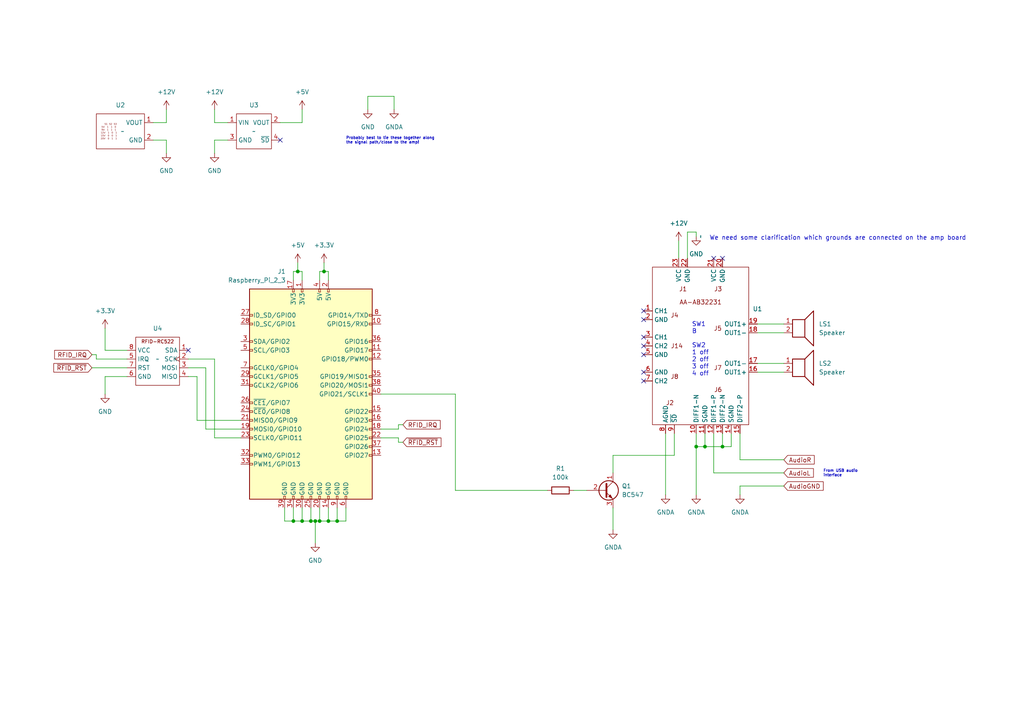
<source format=kicad_sch>
(kicad_sch (version 20230121) (generator eeschema)
  (paper "A4")
  (lib_symbols
    (symbol "Connector:Raspberry_Pi_2_3" (pin_names (offset 1.016))
      (property "Reference" "J" (at -17.78 31.75 0))
      (property "Value" "Raspberry_Pi_2_3" (at 10.16 -31.75 0))
      (symbol "Raspberry_Pi_2_3_0_1"
        (rectangle (start -17.78 30.48) (end 17.78 -30.48) (stroke (width 0.254)) (fill (type background)))
      )
      (symbol "Raspberry_Pi_2_3_1_1"
        (rectangle (start -16.891 -17.526) (end -17.78 -18.034))
        (rectangle (start -16.891 -14.986) (end -17.78 -15.494))
        (rectangle (start -16.891 -12.446) (end -17.78 -12.954))
        (rectangle (start -16.891 -9.906) (end -17.78 -10.414))
        (rectangle (start -16.891 -7.366) (end -17.78 -7.874))
        (rectangle (start -16.891 -4.826) (end -17.78 -5.334))
        (rectangle (start -16.891 0.254) (end -17.78 -0.254))
        (rectangle (start -16.891 2.794) (end -17.78 2.286))
        (rectangle (start -16.891 5.334) (end -17.78 4.826))
        (rectangle (start -16.891 10.414) (end -17.78 9.906))
        (rectangle (start -16.891 12.954) (end -17.78 12.446))
        (rectangle (start -16.891 15.494) (end -17.78 14.986))
        (rectangle (start -16.891 20.574) (end -17.78 20.066))
        (rectangle (start -16.891 23.114) (end -17.78 22.606))
        (rectangle (start -10.414 -29.591) (end -9.906 -30.48))
        (rectangle (start -7.874 -29.591) (end -7.366 -30.48))
        (rectangle (start -5.334 -29.591) (end -4.826 -30.48))
        (rectangle (start -5.334 30.48) (end -4.826 29.591))
        (rectangle (start -2.794 -29.591) (end -2.286 -30.48))
        (rectangle (start -2.794 30.48) (end -2.286 29.591))
        (rectangle (start -0.254 -29.591) (end 0.254 -30.48))
        (rectangle (start 2.286 -29.591) (end 2.794 -30.48))
        (rectangle (start 2.286 30.48) (end 2.794 29.591))
        (rectangle (start 4.826 -29.591) (end 5.334 -30.48))
        (rectangle (start 4.826 30.48) (end 5.334 29.591))
        (rectangle (start 7.366 -29.591) (end 7.874 -30.48))
        (rectangle (start 17.78 -20.066) (end 16.891 -20.574))
        (rectangle (start 17.78 -17.526) (end 16.891 -18.034))
        (rectangle (start 17.78 -12.446) (end 16.891 -12.954))
        (rectangle (start 17.78 -9.906) (end 16.891 -10.414))
        (rectangle (start 17.78 -7.366) (end 16.891 -7.874))
        (rectangle (start 17.78 -4.826) (end 16.891 -5.334))
        (rectangle (start 17.78 -2.286) (end 16.891 -2.794))
        (rectangle (start 17.78 2.794) (end 16.891 2.286))
        (rectangle (start 17.78 5.334) (end 16.891 4.826))
        (rectangle (start 17.78 7.874) (end 16.891 7.366))
        (rectangle (start 17.78 12.954) (end 16.891 12.446))
        (rectangle (start 17.78 15.494) (end 16.891 14.986))
        (rectangle (start 17.78 20.574) (end 16.891 20.066))
        (rectangle (start 17.78 23.114) (end 16.891 22.606))
        (pin power_in line (at 2.54 33.02 270) (length 2.54) (name "3V3") (number "1"))
        (pin bidirectional line (at -20.32 20.32 0) (length 2.54) (name "GPIO15/RXD") (number "10"))
        (pin bidirectional line (at -20.32 12.7 0) (length 2.54) (name "GPIO17") (number "11"))
        (pin bidirectional line (at -20.32 10.16 0) (length 2.54) (name "GPIO18/PWM0") (number "12"))
        (pin bidirectional line (at -20.32 -17.78 0) (length 2.54) (name "GPIO27") (number "13"))
        (pin power_in line (at -5.08 -33.02 90) (length 2.54) (name "GND") (number "14"))
        (pin bidirectional line (at -20.32 -5.08 0) (length 2.54) (name "GPIO22") (number "15"))
        (pin bidirectional line (at -20.32 -7.62 0) (length 2.54) (name "GPIO23") (number "16"))
        (pin power_in line (at 5.08 33.02 270) (length 2.54) (name "3V3") (number "17"))
        (pin bidirectional line (at -20.32 -10.16 0) (length 2.54) (name "GPIO24") (number "18"))
        (pin bidirectional line (at 20.32 -10.16 180) (length 2.54) (name "MOSI0/GPIO10") (number "19"))
        (pin power_in line (at -5.08 33.02 270) (length 2.54) (name "5V") (number "2"))
        (pin power_in line (at -2.54 -33.02 90) (length 2.54) (name "GND") (number "20"))
        (pin bidirectional line (at 20.32 -7.62 180) (length 2.54) (name "MISO0/GPIO9") (number "21"))
        (pin bidirectional line (at -20.32 -12.7 0) (length 2.54) (name "GPIO25") (number "22"))
        (pin bidirectional line (at 20.32 -12.7 180) (length 2.54) (name "SCLK0/GPIO11") (number "23"))
        (pin bidirectional line (at 20.32 -5.08 180) (length 2.54) (name "~{CE0}/GPIO8") (number "24"))
        (pin power_in line (at 0 -33.02 90) (length 2.54) (name "GND") (number "25"))
        (pin bidirectional line (at 20.32 -2.54 180) (length 2.54) (name "~{CE1}/GPIO7") (number "26"))
        (pin bidirectional line (at 20.32 22.86 180) (length 2.54) (name "ID_SD/GPIO0") (number "27"))
        (pin bidirectional line (at 20.32 20.32 180) (length 2.54) (name "ID_SC/GPIO1") (number "28"))
        (pin bidirectional line (at 20.32 5.08 180) (length 2.54) (name "GCLK1/GPIO5") (number "29"))
        (pin bidirectional line (at 20.32 15.24 180) (length 2.54) (name "SDA/GPIO2") (number "3"))
        (pin power_in line (at 2.54 -33.02 90) (length 2.54) (name "GND") (number "30"))
        (pin bidirectional line (at 20.32 2.54 180) (length 2.54) (name "GCLK2/GPIO6") (number "31"))
        (pin bidirectional line (at 20.32 -17.78 180) (length 2.54) (name "PWM0/GPIO12") (number "32"))
        (pin bidirectional line (at 20.32 -20.32 180) (length 2.54) (name "PWM1/GPIO13") (number "33"))
        (pin power_in line (at 5.08 -33.02 90) (length 2.54) (name "GND") (number "34"))
        (pin bidirectional line (at -20.32 5.08 0) (length 2.54) (name "GPIO19/MISO1") (number "35"))
        (pin bidirectional line (at -20.32 15.24 0) (length 2.54) (name "GPIO16") (number "36"))
        (pin bidirectional line (at -20.32 -15.24 0) (length 2.54) (name "GPIO26") (number "37"))
        (pin bidirectional line (at -20.32 2.54 0) (length 2.54) (name "GPIO20/MOSI1") (number "38"))
        (pin power_in line (at 7.62 -33.02 90) (length 2.54) (name "GND") (number "39"))
        (pin power_in line (at -2.54 33.02 270) (length 2.54) (name "5V") (number "4"))
        (pin bidirectional line (at -20.32 0 0) (length 2.54) (name "GPIO21/SCLK1") (number "40"))
        (pin bidirectional line (at 20.32 12.7 180) (length 2.54) (name "SCL/GPIO3") (number "5"))
        (pin power_in line (at -10.16 -33.02 90) (length 2.54) (name "GND") (number "6"))
        (pin bidirectional line (at 20.32 7.62 180) (length 2.54) (name "GCLK0/GPIO4") (number "7"))
        (pin bidirectional line (at -20.32 22.86 0) (length 2.54) (name "GPIO14/TXD") (number "8"))
        (pin power_in line (at -7.62 -33.02 90) (length 2.54) (name "GND") (number "9"))
      )
    )
    (symbol "Device:R" (pin_numbers hide) (pin_names (offset 0))
      (property "Reference" "R" (at 2.032 0 90))
      (property "Value" "R" (at 0 0 90))
      (symbol "R_0_1"
        (rectangle (start -1.016 -2.54) (end 1.016 2.54) (stroke (width 0.254)))
      )
      (symbol "R_1_1"
        (pin passive line (at 0 3.81 270) (length 1.27) (name "~") (number "1"))
        (pin passive line (at 0 -3.81 90) (length 1.27) (name "~") (number "2"))
      )
    )
    (symbol "Device:Speaker" (pin_names (offset 0) hide)
      (property "Reference" "LS" (at 1.27 5.715 0))
      (property "Value" "Speaker" (at 1.27 3.81 0))
      (symbol "Speaker_0_0"
        (rectangle (start -2.54 1.27) (end 1.016 -3.81) (stroke (width 0.254)))
        (polyline (pts (xy 1.016 1.27) (xy 3.556 3.81) (xy 3.556 -6.35) (xy 1.016 -3.81)) (stroke (width 0.254)))
      )
      (symbol "Speaker_1_1"
        (pin input line (at -5.08 0 0) (length 2.54) (name "1") (number "1"))
        (pin input line (at -5.08 -2.54 0) (length 2.54) (name "2") (number "2"))
      )
    )
    (symbol "Transistor_BJT:BC547" (pin_names (offset 0) hide)
      (property "Reference" "Q" (at 5.08 1.905 0))
      (property "Value" "BC547" (at 5.08 0 0))
      (symbol "BC547_0_1"
        (polyline (pts (xy 0 0) (xy 0.635 0)))
        (polyline (pts (xy 0.635 0.635) (xy 2.54 2.54)))
        (polyline (pts (xy 0.635 -0.635) (xy 2.54 -2.54) (xy 2.54 -2.54)))
        (polyline (pts (xy 0.635 1.905) (xy 0.635 -1.905) (xy 0.635 -1.905)) (stroke (width 0.508)))
        (polyline (pts (xy 1.27 -1.778) (xy 1.778 -1.27) (xy 2.286 -2.286) (xy 1.27 -1.778) (xy 1.27 -1.778)) (fill (type outline)))
        (circle (center 1.27 0) (radius 2.8194) (stroke (width 0.254)))
      )
      (symbol "BC547_1_1"
        (pin passive line (at 2.54 5.08 270) (length 2.54) (name "C") (number "1"))
        (pin input line (at -5.08 0 0) (length 5.08) (name "B") (number "2"))
        (pin passive line (at 2.54 -5.08 90) (length 2.54) (name "E") (number "3"))
      )
    )
    (symbol "drempelbox:5V_Buck"
      (property "Reference" "U" (at -1.27 -7.62 0))
      (symbol "5V_Buck_0_1"
        (rectangle (start -5.08 5.08) (end 5.08 -5.08))
      )
      (symbol "5V_Buck_1_1"
        (pin power_in line (at -7.62 2.54 0) (length 2.54) (name "VIN") (number "1"))
        (pin power_out line (at 7.62 2.54 180) (length 2.54) (name "VOUT") (number "2"))
        (pin power_in line (at -7.62 -2.54 0) (length 2.54) (name "GND") (number "3"))
        (pin input line (at 7.62 -2.54 180) (length 2.54) (name "~{SD}") (number "4"))
      )
    )
    (symbol "drempelbox:AA-AB32231"
      (property "Reference" "U" (at -19.05 -19.05 0))
      (symbol "AA-AB32231_1_1"
        (rectangle (start -13.97 22.86) (end 13.97 -22.86))
        (text "AA-AB32231" (at 0 12.7 0) (effects (font (size 1.27 1.27))))
        (text "J1" (at -5.08 16.51 0) (effects (font (size 1.27 1.27))))
        (text "J14" (at -5.08 0 0) (effects (font (size 1.27 1.27)) (justify right)))
        (text "J2" (at -8.89 -16.51 0) (effects (font (size 1.27 1.27))))
        (text "J3" (at 5.08 16.51 0) (effects (font (size 1.27 1.27))))
        (text "J4" (at -6.35 8.89 0) (effects (font (size 1.27 1.27)) (justify right)))
        (text "J5" (at 3.81 5.08 0) (effects (font (size 1.27 1.27)) (justify left)))
        (text "J6" (at 5.08 -12.7 0) (effects (font (size 1.27 1.27))))
        (text "J7" (at 3.81 -6.35 0) (effects (font (size 1.27 1.27)) (justify left)))
        (text "J8" (at -6.35 -8.89 0) (effects (font (size 1.27 1.27)) (justify right)))
        (pin input line (at -16.51 10.16 0) (length 2.54) (name "CH1") (number "1"))
        (pin input line (at -1.27 -25.4 90) (length 2.54) (name "DIFF1-N") (number "10"))
        (pin input line (at 1.27 -25.4 90) (length 2.54) (name "SGND") (number "11"))
        (pin input line (at 3.81 -25.4 90) (length 2.54) (name "DIFF1-P") (number "12"))
        (pin input line (at 6.35 -25.4 90) (length 2.54) (name "DIFF2-N") (number "13"))
        (pin input line (at 8.89 -25.4 90) (length 2.54) (name "SGND") (number "14"))
        (pin input line (at 11.43 -25.4 90) (length 2.54) (name "DIFF2-P") (number "15"))
        (pin output line (at 16.51 -7.62 180) (length 2.54) (name "OUT1+") (number "16"))
        (pin output line (at 16.51 -5.08 180) (length 2.54) (name "OUT1-") (number "17"))
        (pin output line (at 16.51 3.81 180) (length 2.54) (name "OUT1-") (number "18"))
        (pin output line (at 16.51 6.35 180) (length 2.54) (name "OUT1+") (number "19"))
        (pin input line (at -16.51 7.62 0) (length 2.54) (name "GND") (number "2"))
        (pin power_in line (at 6.35 25.4 270) (length 2.54) (name "GND") (number "20"))
        (pin power_in line (at 3.81 25.4 270) (length 2.54) (name "VCC") (number "21"))
        (pin power_in line (at -3.81 25.4 270) (length 2.54) (name "GND") (number "22"))
        (pin power_in line (at -6.35 25.4 270) (length 2.54) (name "VCC") (number "23"))
        (pin input line (at -16.51 2.54 0) (length 2.54) (name "CH1") (number "3"))
        (pin input line (at -16.51 0 0) (length 2.54) (name "CH2") (number "4"))
        (pin input line (at -16.51 -2.54 0) (length 2.54) (name "GND") (number "5"))
        (pin input line (at -16.51 -7.62 0) (length 2.54) (name "GND") (number "6"))
        (pin input line (at -16.51 -10.16 0) (length 2.54) (name "CH2") (number "7"))
        (pin unspecified line (at -10.16 -25.4 90) (length 2.54) (name "AGND") (number "8"))
        (pin input line (at -7.62 -25.4 90) (length 2.54) (name "~{SD}") (number "9"))
      )
    )
    (symbol "drempelbox:RFID-RC522"
      (property "Reference" "U" (at 0 -8.89 0))
      (symbol "RFID-RC522_0_1"
        (rectangle (start -6.35 7.62) (end 6.35 -6.35))
      )
      (symbol "RFID-RC522_1_1"
        (text "RFID-RC522" (at 0 6.35 0) (effects (font (size 1 1))))
        (pin bidirectional line (at -8.89 3.81 0) (length 2.54) (name "SDA") (number "1"))
        (pin input clock (at -8.89 1.27 0) (length 2.54) (name "SCK") (number "2"))
        (pin input line (at -8.89 -1.27 0) (length 2.54) (name "MOSI") (number "3"))
        (pin output line (at -8.89 -3.81 0) (length 2.54) (name "MISO") (number "4"))
        (pin output line (at 8.89 1.27 180) (length 2.54) (name "IRQ") (number "5"))
        (pin power_in line (at 8.89 -3.81 180) (length 2.54) (name "GND") (number "6"))
        (pin input line (at 8.89 -1.27 180) (length 2.54) (name "RST") (number "7"))
        (pin power_in line (at 8.89 3.81 180) (length 2.54) (name "VCC") (number "8"))
      )
    )
    (symbol "drempelbox:USB-PD_Decoy"
      (property "Reference" "U" (at -2.54 -7.62 0))
      (symbol "USB-PD_Decoy_0_1"
        (rectangle (start -7.62 5.08) (end 6.35 -5.08))
      )
      (symbol "USB-PD_Decoy_1_1"
        (text "     S1  S2  S3\n 5V   1   1   0\n 9V   1   1   1\n12V   1   0   1\n15V   0   0   1\n20V   0   1   1" (at -6.35 0 0) (effects (font (size 0.5 0.5)) (justify left)))
        (pin power_out line (at 8.89 2.54 180) (length 2.54) (name "VOUT") (number "1"))
        (pin power_out line (at 8.89 -2.54 180) (length 2.54) (name "GND") (number "2"))
      )
    )
    (symbol "power:+12V" (power) (pin_names (offset 0))
      (property "Value" "+12V" (at 0 3.556 0))
      (symbol "+12V_0_1"
        (polyline (pts (xy -0.762 1.27) (xy 0 2.54)))
        (polyline (pts (xy 0 0) (xy 0 2.54)))
        (polyline (pts (xy 0 2.54) (xy 0.762 1.27)))
      )
      (symbol "+12V_1_1"
        (pin power_in line (at 0 0 90) (length 0) hide (name "+12V") (number "1"))
      )
    )
    (symbol "power:+3.3V" (power) (pin_names (offset 0))
      (property "Value" "+3.3V" (at 0 3.556 0))
      (symbol "+3.3V_0_1"
        (polyline (pts (xy -0.762 1.27) (xy 0 2.54)))
        (polyline (pts (xy 0 0) (xy 0 2.54)))
        (polyline (pts (xy 0 2.54) (xy 0.762 1.27)))
      )
      (symbol "+3.3V_1_1"
        (pin power_in line (at 0 0 90) (length 0) hide (name "+3.3V") (number "1"))
      )
    )
    (symbol "power:+5V" (power) (pin_names (offset 0))
      (property "Value" "+5V" (at 0 3.556 0))
      (symbol "+5V_0_1"
        (polyline (pts (xy -0.762 1.27) (xy 0 2.54)))
        (polyline (pts (xy 0 0) (xy 0 2.54)))
        (polyline (pts (xy 0 2.54) (xy 0.762 1.27)))
      )
      (symbol "+5V_1_1"
        (pin power_in line (at 0 0 90) (length 0) hide (name "+5V") (number "1"))
      )
    )
    (symbol "power:GND" (power) (pin_names (offset 0))
      (property "Value" "GND" (at 0 -3.81 0))
      (symbol "GND_0_1"
        (polyline (pts (xy 0 0) (xy 0 -1.27) (xy 1.27 -1.27) (xy 0 -2.54) (xy -1.27 -1.27) (xy 0 -1.27)))
      )
      (symbol "GND_1_1"
        (pin power_in line (at 0 0 270) (length 0) hide (name "GND") (number "1"))
      )
    )
    (symbol "power:GNDA" (power) (pin_names (offset 0))
      (property "Value" "GNDA" (at 0 -3.81 0))
      (symbol "GNDA_0_1"
        (polyline (pts (xy 0 0) (xy 0 -1.27) (xy 1.27 -1.27) (xy 0 -2.54) (xy -1.27 -1.27) (xy 0 -1.27)))
      )
      (symbol "GNDA_1_1"
        (pin power_in line (at 0 0 270) (length 0) hide (name "GNDA") (number "1"))
      )
    )
  )
  (junction (at 91.44 151.13))
  (junction (at 86.36 78.74))
  (junction (at 85.09 151.13))
  (junction (at 95.25 151.13))
  (junction (at 97.79 151.13))
  (junction (at 204.47 129.54))
  (junction (at 90.17 151.13))
  (junction (at 93.98 78.74))
  (junction (at 92.71 151.13))
  (junction (at 201.93 129.54))
  (junction (at 87.63 151.13))
  (junction (at 209.55 129.54))
  (no_connect (at 186.69 90.17))
  (no_connect (at 186.69 97.79))
  (no_connect (at 186.69 102.87))
  (no_connect (at 186.69 107.95))
  (no_connect (at 186.69 110.49))
  (no_connect (at 209.55 74.93))
  (no_connect (at 186.69 100.33))
  (no_connect (at 186.69 92.71))
  (no_connect (at 81.28 40.64))
  (no_connect (at 207.01 74.93))
  (no_connect (at 54.61 101.6))
  (wire (pts (xy 115.57 123.19) (xy 116.84 123.19)))
  (wire (pts (xy 62.23 127) (xy 62.23 104.14)))
  (wire (pts (xy 62.23 104.14) (xy 54.61 104.14)))
  (wire (pts (xy 62.23 40.64) (xy 62.23 44.45)))
  (wire (pts (xy 87.63 81.28) (xy 87.63 78.74)))
  (wire (pts (xy 95.25 147.32) (xy 95.25 151.13)))
  (wire (pts (xy 214.63 125.73) (xy 214.63 133.35)))
  (wire (pts (xy 219.71 96.52) (xy 227.33 96.52)))
  (wire (pts (xy 59.69 106.68) (xy 54.61 106.68)))
  (wire (pts (xy 97.79 147.32) (xy 97.79 151.13)))
  (wire (pts (xy 177.8 147.32) (xy 177.8 153.67)))
  (wire (pts (xy 132.08 142.24) (xy 158.75 142.24)))
  (wire (pts (xy 115.57 128.27) (xy 116.84 128.27)))
  (wire (pts (xy 44.45 40.64) (xy 48.26 40.64)))
  (wire (pts (xy 48.26 35.56) (xy 48.26 31.75)))
  (wire (pts (xy 93.98 78.74) (xy 95.25 78.74)))
  (wire (pts (xy 214.63 140.97) (xy 227.33 140.97)))
  (wire (pts (xy 92.71 147.32) (xy 92.71 151.13)))
  (wire (pts (xy 204.47 129.54) (xy 209.55 129.54)))
  (wire (pts (xy 90.17 151.13) (xy 91.44 151.13)))
  (wire (pts (xy 214.63 143.51) (xy 214.63 140.97)))
  (wire (pts (xy 30.48 109.22) (xy 36.83 109.22)))
  (wire (pts (xy 132.08 114.3) (xy 132.08 142.24)))
  (wire (pts (xy 97.79 151.13) (xy 100.33 151.13)))
  (wire (pts (xy 57.15 109.22) (xy 57.15 121.92)))
  (wire (pts (xy 201.93 125.73) (xy 201.93 129.54)))
  (wire (pts (xy 212.09 125.73) (xy 212.09 129.54)))
  (wire (pts (xy 110.49 124.46) (xy 115.57 124.46)))
  (wire (pts (xy 85.09 81.28) (xy 85.09 78.74)))
  (wire (pts (xy 62.23 35.56) (xy 62.23 31.75)))
  (wire (pts (xy 86.36 78.74) (xy 86.36 76.2)))
  (wire (pts (xy 27.94 104.14) (xy 27.94 102.87)))
  (wire (pts (xy 91.44 151.13) (xy 91.44 157.48)))
  (wire (pts (xy 69.85 127) (xy 62.23 127)))
  (wire (pts (xy 177.8 132.08) (xy 195.58 132.08)))
  (wire (pts (xy 81.28 35.56) (xy 87.63 35.56)))
  (wire (pts (xy 204.47 125.73) (xy 204.47 129.54)))
  (wire (pts (xy 166.37 142.24) (xy 170.18 142.24)))
  (wire (pts (xy 27.94 102.87) (xy 26.67 102.87)))
  (wire (pts (xy 115.57 127) (xy 110.49 127)))
  (wire (pts (xy 196.85 69.85) (xy 196.85 74.93)))
  (wire (pts (xy 110.49 114.3) (xy 132.08 114.3)))
  (wire (pts (xy 106.68 31.75) (xy 106.68 27.94)))
  (wire (pts (xy 36.83 104.14) (xy 27.94 104.14)))
  (wire (pts (xy 201.93 68.58) (xy 201.93 67.31)))
  (wire (pts (xy 106.68 27.94) (xy 114.3 27.94)))
  (wire (pts (xy 85.09 147.32) (xy 85.09 151.13)))
  (wire (pts (xy 87.63 78.74) (xy 86.36 78.74)))
  (wire (pts (xy 177.8 132.08) (xy 177.8 137.16)))
  (wire (pts (xy 85.09 78.74) (xy 86.36 78.74)))
  (wire (pts (xy 93.98 76.2) (xy 93.98 78.74)))
  (wire (pts (xy 209.55 125.73) (xy 209.55 129.54)))
  (wire (pts (xy 100.33 147.32) (xy 100.33 151.13)))
  (wire (pts (xy 26.67 106.68) (xy 36.83 106.68)))
  (wire (pts (xy 48.26 40.64) (xy 48.26 44.45)))
  (wire (pts (xy 115.57 128.27) (xy 115.57 127)))
  (wire (pts (xy 62.23 40.64) (xy 66.04 40.64)))
  (wire (pts (xy 82.55 147.32) (xy 82.55 151.13)))
  (wire (pts (xy 214.63 133.35) (xy 227.33 133.35)))
  (wire (pts (xy 92.71 151.13) (xy 95.25 151.13)))
  (wire (pts (xy 69.85 121.92) (xy 57.15 121.92)))
  (wire (pts (xy 30.48 101.6) (xy 36.83 101.6)))
  (wire (pts (xy 62.23 35.56) (xy 66.04 35.56)))
  (wire (pts (xy 201.93 129.54) (xy 201.93 143.51)))
  (wire (pts (xy 92.71 78.74) (xy 93.98 78.74)))
  (wire (pts (xy 219.71 105.41) (xy 227.33 105.41)))
  (wire (pts (xy 90.17 147.32) (xy 90.17 151.13)))
  (wire (pts (xy 69.85 124.46) (xy 59.69 124.46)))
  (wire (pts (xy 219.71 93.98) (xy 227.33 93.98)))
  (wire (pts (xy 92.71 78.74) (xy 92.71 81.28)))
  (wire (pts (xy 207.01 137.16) (xy 227.33 137.16)))
  (wire (pts (xy 207.01 125.73) (xy 207.01 137.16)))
  (wire (pts (xy 114.3 27.94) (xy 114.3 31.75)))
  (wire (pts (xy 82.55 151.13) (xy 85.09 151.13)))
  (wire (pts (xy 44.45 35.56) (xy 48.26 35.56)))
  (wire (pts (xy 195.58 125.73) (xy 195.58 132.08)))
  (wire (pts (xy 193.04 125.73) (xy 193.04 143.51)))
  (wire (pts (xy 199.39 74.93) (xy 199.39 67.31)))
  (wire (pts (xy 85.09 151.13) (xy 87.63 151.13)))
  (wire (pts (xy 199.39 67.31) (xy 201.93 67.31)))
  (wire (pts (xy 95.25 78.74) (xy 95.25 81.28)))
  (wire (pts (xy 59.69 106.68) (xy 59.69 124.46)))
  (wire (pts (xy 212.09 129.54) (xy 209.55 129.54)))
  (wire (pts (xy 95.25 151.13) (xy 97.79 151.13)))
  (wire (pts (xy 87.63 147.32) (xy 87.63 151.13)))
  (wire (pts (xy 87.63 151.13) (xy 90.17 151.13)))
  (wire (pts (xy 115.57 124.46) (xy 115.57 123.19)))
  (wire (pts (xy 30.48 95.25) (xy 30.48 101.6)))
  (wire (pts (xy 219.71 107.95) (xy 227.33 107.95)))
  (wire (pts (xy 201.93 129.54) (xy 204.47 129.54)))
  (wire (pts (xy 87.63 35.56) (xy 87.63 31.75)))
  (wire (pts (xy 30.48 114.3) (xy 30.48 109.22)))
  (wire (pts (xy 91.44 151.13) (xy 92.71 151.13)))
  (wire (pts (xy 57.15 109.22) (xy 54.61 109.22)))
  (text "Probably best to tie these together along\nthe signal path/close to the amp!" (at 100.33 41.91 0) (effects (font (size 0.8 0.8)) (justify left bottom)))
  (text "From USB audio\ninterface" (at 238.76 138.43 0) (effects (font (size 0.8 0.8)) (justify left bottom)))
  (text "We need some clarification which grounds are connected on the amp board" (at 205.74 69.85 0) (effects (font (size 1.27 1.27)) (justify left bottom)))
  (text "SW1\nB\n\nSW2\n1 off\n2 off\n3 off\n4 off" (at 200.66 109.22 0) (effects (font (size 1.27 1.27)) (justify left bottom)))
  (global_label "RFID_IRQ" (shape input) (at 26.67 102.87 180) (property "Intersheetrefs" "${INTERSHEET_REFS}" (effects hide)))
  (global_label "AudioGND" (shape input) (at 227.33 140.97 0) (property "Intersheetrefs" "${INTERSHEET_REFS}" (effects hide)))
  (global_label "AudioR" (shape input) (at 227.33 133.35 0) (property "Intersheetrefs" "${INTERSHEET_REFS}" (effects hide)))
  (global_label "AudioL" (shape input) (at 227.33 137.16 0) (property "Intersheetrefs" "${INTERSHEET_REFS}" (effects hide)))
  (global_label "RFID_IRQ" (shape input) (at 116.84 123.19 0) (property "Intersheetrefs" "${INTERSHEET_REFS}" (effects hide)))
  (global_label "~{RFID_RST}" (shape input) (at 116.84 128.27 0) (property "Intersheetrefs" "${INTERSHEET_REFS}" (effects hide)))
  (global_label "~{RFID_RST}" (shape input) (at 26.67 106.68 180) (property "Intersheetrefs" "${INTERSHEET_REFS}" (effects hide)))
  (symbol (lib_id "power:GNDA") (at 177.8 153.67 0) (unit 1)
    (property "Reference" "#PWR010" (effects hide))
    (property "Value" "GNDA" (at 177.8 158.75 0))
  )
  (symbol (lib_id "power:+12V") (at 48.26 31.75 0) (unit 1)
    (property "Reference" "#PWR012" (effects hide))
    (property "Value" "+12V" (at 48.26 26.67 0))
  )
  (symbol (lib_id "power:GND") (at 106.68 31.75 0) (unit 1)
    (property "Reference" "#PWR05" (effects hide))
    (property "Value" "GND" (at 106.68 36.83 0))
  )
  (symbol (lib_id "drempelbox:USB-PD_Decoy") (at 35.56 38.1 0) (unit 1)
    (property "Reference" "U2" (at 34.925 30.48 0))
    (property "Value" "~" (at 35.56 38.1 0))
  )
  (symbol (lib_id "drempelbox:5V_Buck") (at 73.66 38.1 0) (unit 1)
    (property "Reference" "U3" (at 73.66 30.48 0))
    (property "Value" "~" (at 73.66 38.1 0))
  )
  (symbol (lib_id "power:+3.3V") (at 93.98 76.2 0) (unit 1)
    (property "Reference" "#PWR01" (effects hide))
    (property "Value" "+3.3V" (at 93.98 71.12 0))
  )
  (symbol (lib_id "Connector:Raspberry_Pi_2_3") (at 90.17 114.3 0) (mirror y) (unit 1)
    (property "Reference" "J1" (at 82.8959 78.74 0) (effects (justify left)))
    (property "Value" "Raspberry_Pi_2_3" (at 82.8959 81.28 0) (effects (justify left)))
    (property "Datasheet" "https://www.raspberrypi.org/documentation/hardware/raspberrypi/schematics/rpi_SCH_3bplus_1p0_reduced.pdf" (effects hide))
  )
  (symbol (lib_id "power:GND") (at 91.44 157.48 0) (unit 1)
    (property "Reference" "#PWR04" (effects hide))
    (property "Value" "GND" (at 91.44 162.56 0))
  )
  (symbol (lib_id "Transistor_BJT:BC547") (at 175.26 142.24 0) (unit 1)
    (property "Reference" "Q1" (at 180.34 140.97 0) (effects (justify left)))
    (property "Value" "BC547" (at 180.34 143.51 0) (effects (justify left)))
    (property "Footprint" "Package_TO_SOT_THT:TO-92_Inline" (effects hide))
    (property "Datasheet" "https://www.onsemi.com/pub/Collateral/BC550-D.pdf" (effects hide))
  )
  (symbol (lib_id "drempelbox:RFID-RC522") (at 45.72 105.41 0) (mirror y) (unit 1)
    (property "Reference" "U4" (at 45.72 95.25 0))
    (property "Value" "~" (at 45.72 104.14 0))
  )
  (symbol (lib_id "power:GND") (at 62.23 44.45 0) (unit 1)
    (property "Reference" "#PWR015" (effects hide))
    (property "Value" "GND" (at 62.23 49.53 0))
  )
  (symbol (lib_id "power:+12V") (at 62.23 31.75 0) (unit 1)
    (property "Reference" "#PWR014" (effects hide))
    (property "Value" "+12V" (at 62.23 26.67 0))
  )
  (symbol (lib_id "power:+12V") (at 196.85 69.85 0) (unit 1)
    (property "Reference" "#PWR08" (effects hide))
    (property "Value" "+12V" (at 196.85 64.77 0))
  )
  (symbol (lib_id "power:+5V") (at 87.63 31.75 0) (unit 1)
    (property "Reference" "#PWR016" (effects hide))
    (property "Value" "+5V" (at 87.63 26.67 0))
  )
  (symbol (lib_id "power:GND") (at 201.93 68.58 0) (unit 1)
    (property "Reference" "#PWR09" (effects hide))
    (property "Value" "GND" (at 201.93 73.66 0))
  )
  (symbol (lib_id "power:GNDA") (at 214.63 143.51 0) (unit 1)
    (property "Reference" "#PWR011" (effects hide))
    (property "Value" "GNDA" (at 214.63 148.59 0))
  )
  (symbol (lib_id "drempelbox:AA-AB32231") (at 203.2 100.33 0) (unit 1)
    (property "Reference" "U1" (at 219.71 89.5919 0))
    (property "Value" "~" (at 203.2 68.58 90))
  )
  (symbol (lib_id "power:GNDA") (at 114.3 31.75 0) (unit 1)
    (property "Reference" "#PWR03" (effects hide))
    (property "Value" "GNDA" (at 114.3 36.83 0))
  )
  (symbol (lib_id "power:GNDA") (at 201.93 143.51 0) (unit 1)
    (property "Reference" "#PWR07" (effects hide))
    (property "Value" "GNDA" (at 201.93 148.59 0))
  )
  (symbol (lib_id "power:+5V") (at 86.36 76.2 0) (unit 1)
    (property "Reference" "#PWR02" (effects hide))
    (property "Value" "+5V" (at 86.36 71.12 0))
  )
  (symbol (lib_id "power:+3.3V") (at 30.48 95.25 0) (mirror y) (unit 1)
    (property "Reference" "#PWR017" (effects hide))
    (property "Value" "+3.3V" (at 30.48 90.17 0))
  )
  (symbol (lib_id "power:GND") (at 30.48 114.3 0) (mirror y) (unit 1)
    (property "Reference" "#PWR018" (effects hide))
    (property "Value" "GND" (at 30.48 119.38 0))
  )
  (symbol (lib_id "Device:R") (at 162.56 142.24 90) (unit 1)
    (property "Reference" "R1" (at 162.56 135.89 90))
    (property "Value" "100k" (at 162.56 138.43 90))
  )
  (symbol (lib_id "Device:Speaker") (at 232.41 105.41 0) (unit 1)
    (property "Reference" "LS2" (at 237.49 105.41 0) (effects (justify left)))
    (property "Value" "Speaker" (at 237.49 107.95 0) (effects (justify left)))
  )
  (symbol (lib_id "Device:Speaker") (at 232.41 93.98 0) (unit 1)
    (property "Reference" "LS1" (at 237.49 93.98 0) (effects (justify left)))
    (property "Value" "Speaker" (at 237.49 96.52 0) (effects (justify left)))
  )
  (symbol (lib_id "power:GNDA") (at 193.04 143.51 0) (unit 1)
    (property "Reference" "#PWR06" (effects hide))
    (property "Value" "GNDA" (at 193.04 148.59 0))
  )
  (symbol (lib_id "power:GND") (at 48.26 44.45 0) (unit 1)
    (property "Reference" "#PWR013" (effects hide))
    (property "Value" "GND" (at 48.26 49.53 0))
  )
)
</source>
